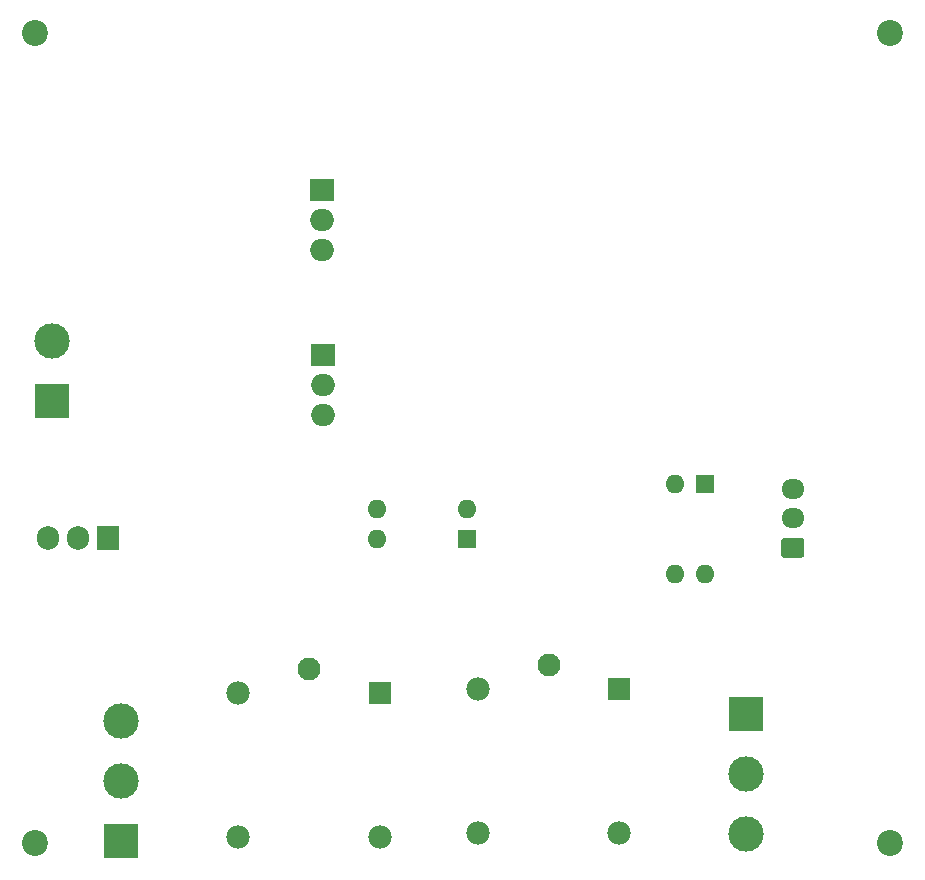
<source format=gbr>
%TF.GenerationSoftware,KiCad,Pcbnew,(5.1.12)-1*%
%TF.CreationDate,2022-01-20T18:26:47-05:00*%
%TF.ProjectId,PCB-ESP32S,5043422d-4553-4503-9332-532e6b696361,rev?*%
%TF.SameCoordinates,Original*%
%TF.FileFunction,Soldermask,Bot*%
%TF.FilePolarity,Negative*%
%FSLAX46Y46*%
G04 Gerber Fmt 4.6, Leading zero omitted, Abs format (unit mm)*
G04 Created by KiCad (PCBNEW (5.1.12)-1) date 2022-01-20 18:26:47*
%MOMM*%
%LPD*%
G01*
G04 APERTURE LIST*
%ADD10O,1.950000X1.700000*%
%ADD11C,2.200000*%
%ADD12C,1.980000*%
%ADD13C,1.935000*%
%ADD14R,1.980000X1.980000*%
%ADD15O,1.905000X2.000000*%
%ADD16R,1.905000X2.000000*%
%ADD17O,1.600000X1.600000*%
%ADD18R,1.600000X1.600000*%
%ADD19C,3.000000*%
%ADD20R,3.000000X3.000000*%
%ADD21O,2.000000X1.905000*%
%ADD22R,2.000000X1.905000*%
G04 APERTURE END LIST*
D10*
%TO.C,J1*%
X168173400Y-106607600D03*
X168173400Y-109107600D03*
G36*
G01*
X168898400Y-112457600D02*
X167448400Y-112457600D01*
G75*
G02*
X167198400Y-112207600I0J250000D01*
G01*
X167198400Y-111007600D01*
G75*
G02*
X167448400Y-110757600I250000J0D01*
G01*
X168898400Y-110757600D01*
G75*
G02*
X169148400Y-111007600I0J-250000D01*
G01*
X169148400Y-112207600D01*
G75*
G02*
X168898400Y-112457600I-250000J0D01*
G01*
G37*
%TD*%
D11*
%TO.C,*%
X176415700Y-68033900D03*
%TD*%
%TO.C,*%
X104025700Y-68033900D03*
%TD*%
%TO.C,*%
X176415700Y-136613900D03*
%TD*%
%TO.C,*%
X104025700Y-136613900D03*
%TD*%
D12*
%TO.C,K1*%
X153507960Y-135751760D03*
X141507960Y-135751760D03*
X141507960Y-123551760D03*
D13*
X147507960Y-121551760D03*
D14*
X153507960Y-123551760D03*
%TD*%
D15*
%TO.C,Q1*%
X105130600Y-110769400D03*
X107670600Y-110769400D03*
D16*
X110210600Y-110769400D03*
%TD*%
D17*
%TO.C,U4*%
X160726120Y-113827560D03*
X158186120Y-106207560D03*
X158186120Y-113827560D03*
D18*
X160726120Y-106207560D03*
%TD*%
D19*
%TO.C,J4*%
X111272320Y-126283720D03*
X111272320Y-131363720D03*
D20*
X111272320Y-136443720D03*
%TD*%
D12*
%TO.C,K2*%
X133233680Y-136061640D03*
X121233680Y-136061640D03*
X121233680Y-123861640D03*
D13*
X127233680Y-121861640D03*
D14*
X133233680Y-123861640D03*
%TD*%
D19*
%TO.C,J8*%
X105460800Y-94107000D03*
D20*
X105460800Y-99187000D03*
%TD*%
D21*
%TO.C,U3*%
X128346200Y-86385400D03*
X128346200Y-83845400D03*
D22*
X128346200Y-81305400D03*
%TD*%
D21*
%TO.C,U2*%
X128397000Y-100380800D03*
X128397000Y-97840800D03*
D22*
X128397000Y-95300800D03*
%TD*%
D17*
%TO.C,U5*%
X133019800Y-110845600D03*
X140639800Y-108305600D03*
X133019800Y-108305600D03*
D18*
X140639800Y-110845600D03*
%TD*%
D19*
%TO.C,J3*%
X164231320Y-135839200D03*
X164231320Y-130759200D03*
D20*
X164231320Y-125679200D03*
%TD*%
M02*

</source>
